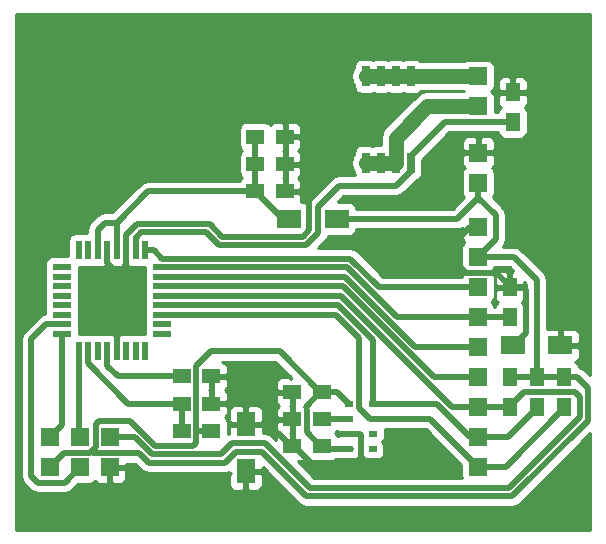
<source format=gbr>
G04 #@! TF.FileFunction,Copper,L1,Top,Signal*
%FSLAX46Y46*%
G04 Gerber Fmt 4.6, Leading zero omitted, Abs format (unit mm)*
G04 Created by KiCad (PCBNEW (2015-04-05 BZR 5577)-product) date St 5. srpen 2015, 18:04:27 CEST*
%MOMM*%
G01*
G04 APERTURE LIST*
%ADD10C,0.100000*%
%ADD11R,0.650000X1.700000*%
%ADD12R,1.500000X1.250000*%
%ADD13R,0.550000X1.600000*%
%ADD14R,1.600000X0.550000*%
%ADD15R,1.524000X1.524000*%
%ADD16R,1.250000X1.500000*%
%ADD17R,0.800000X0.500000*%
%ADD18R,2.000000X1.600000*%
%ADD19R,1.600000X2.000000*%
%ADD20C,0.500000*%
%ADD21C,1.250000*%
%ADD22C,0.254000*%
G04 APERTURE END LIST*
D10*
D11*
X196295000Y-104250000D03*
X197565000Y-104250000D03*
X198835000Y-104250000D03*
X200105000Y-104250000D03*
X200105000Y-96950000D03*
X198835000Y-96950000D03*
X197565000Y-96950000D03*
X196295000Y-96950000D03*
D12*
X180730000Y-124650000D03*
X183230000Y-124650000D03*
X186965700Y-106677200D03*
X189465700Y-106677200D03*
X186965700Y-104377200D03*
X189465700Y-104377200D03*
X180730000Y-122350000D03*
X183230000Y-122350000D03*
X192580000Y-123675000D03*
X190080000Y-123675000D03*
X192590000Y-128270000D03*
X190090000Y-128270000D03*
X192590000Y-125980000D03*
X190090000Y-125980000D03*
X186965700Y-102077200D03*
X189465700Y-102077200D03*
D13*
X177617900Y-111669600D03*
X176817900Y-111669600D03*
X176017900Y-111669600D03*
X175217900Y-111669600D03*
X174417900Y-111669600D03*
X173617900Y-111669600D03*
X172817900Y-111669600D03*
X172017900Y-111669600D03*
D14*
X170567900Y-113119600D03*
X170567900Y-113919600D03*
X170567900Y-114719600D03*
X170567900Y-115519600D03*
X170567900Y-116319600D03*
X170567900Y-117119600D03*
X170567900Y-117919600D03*
X170567900Y-118719600D03*
D13*
X172017900Y-120169600D03*
X172817900Y-120169600D03*
X173617900Y-120169600D03*
X174417900Y-120169600D03*
X175217900Y-120169600D03*
X176017900Y-120169600D03*
X176817900Y-120169600D03*
X177617900Y-120169600D03*
D14*
X179067900Y-118719600D03*
X179067900Y-117919600D03*
X179067900Y-117119600D03*
X179067900Y-116319600D03*
X179067900Y-115519600D03*
X179067900Y-114719600D03*
X179067900Y-113919600D03*
X179067900Y-113119600D03*
D15*
X205800000Y-96930000D03*
X205800000Y-99470000D03*
X169560000Y-127510000D03*
X169560000Y-130050000D03*
X172100000Y-127510000D03*
X172100000Y-130050000D03*
X174640000Y-127510000D03*
X174640000Y-130050000D03*
D12*
X180730000Y-126950000D03*
X183230000Y-126950000D03*
D16*
X210780000Y-122430000D03*
X210780000Y-124930000D03*
X213100000Y-122430000D03*
X213100000Y-124930000D03*
X208490000Y-122440000D03*
X208490000Y-124940000D03*
X208480000Y-117320000D03*
X208480000Y-114820000D03*
D17*
X196900000Y-124705000D03*
X196900000Y-125955000D03*
X196900000Y-127205000D03*
X196900000Y-128455000D03*
X194900000Y-128455000D03*
X194900000Y-127205000D03*
X194900000Y-125955000D03*
X194890000Y-124705000D03*
D16*
X208740000Y-100810000D03*
X208740000Y-98310000D03*
D18*
X208790000Y-119730000D03*
X212790000Y-119730000D03*
X189840000Y-109020000D03*
X193840000Y-109020000D03*
D15*
X205810000Y-109700000D03*
X205810000Y-112240000D03*
X205810000Y-114780000D03*
X205810000Y-117320000D03*
X205810000Y-119860000D03*
X205810000Y-122400000D03*
X205810000Y-124940000D03*
X205810000Y-127480000D03*
X205810000Y-130020000D03*
X205830000Y-103420000D03*
X205830000Y-105960000D03*
D19*
X186140000Y-126390000D03*
X186140000Y-130390000D03*
D20*
X172817900Y-120169600D02*
X172817900Y-121254602D01*
X172817900Y-121254602D02*
X176213298Y-124650000D01*
X176213298Y-124650000D02*
X179480000Y-124650000D01*
X179480000Y-124650000D02*
X180730000Y-124650000D01*
X180605000Y-124650000D02*
X180730000Y-124650000D01*
X180744300Y-124942800D02*
X180744300Y-127242800D01*
X195940000Y-127345000D02*
X195940000Y-129690000D01*
X194900000Y-127205000D02*
X195800000Y-127205000D01*
X195800000Y-127205000D02*
X195940000Y-127345000D01*
X191905000Y-129960000D02*
X197190000Y-129960000D01*
X176017900Y-111669600D02*
X176017900Y-110369600D01*
X176017900Y-110369600D02*
X176927510Y-109459990D01*
X190950002Y-110520000D02*
X191520000Y-109950002D01*
X191520000Y-109950002D02*
X191520000Y-106530000D01*
X176927510Y-109459990D02*
X183079990Y-109459990D01*
X183079990Y-109459990D02*
X184140000Y-110520000D01*
X184140000Y-110520000D02*
X190950002Y-110520000D01*
X190090000Y-128270000D02*
X190215000Y-128270000D01*
X190215000Y-128270000D02*
X191905000Y-129960000D01*
X197990000Y-129160000D02*
X197990000Y-128020000D01*
X197190000Y-129960000D02*
X197990000Y-129160000D01*
X197990000Y-128020000D02*
X197850000Y-127880000D01*
X188735000Y-127145000D02*
X188670000Y-127210000D01*
X190090000Y-128270000D02*
X189965000Y-128270000D01*
X189965000Y-128270000D02*
X188840000Y-127145000D01*
X188840000Y-127145000D02*
X188735000Y-127145000D01*
X205810000Y-109700000D02*
X205120000Y-109700000D01*
X205120000Y-109700000D02*
X204120000Y-110700000D01*
X204120000Y-110700000D02*
X204120000Y-112884002D01*
X208480000Y-114695000D02*
X208480000Y-114820000D01*
X204120000Y-112884002D02*
X204803997Y-113567999D01*
X204803997Y-113567999D02*
X207352999Y-113567999D01*
X207352999Y-113567999D02*
X208480000Y-114695000D01*
X208790000Y-119730000D02*
X209830000Y-118690000D01*
X209830000Y-118690000D02*
X209830000Y-115070000D01*
X209830000Y-115070000D02*
X209580000Y-114820000D01*
X209580000Y-114820000D02*
X208480000Y-114820000D01*
X175217900Y-113744565D02*
X176017900Y-112944565D01*
X176017900Y-112944565D02*
X176017900Y-111669600D01*
X175217900Y-120169600D02*
X175217900Y-113744565D01*
X183230000Y-124650000D02*
X183105000Y-124650000D01*
X175217900Y-113554602D02*
X175217900Y-113744565D01*
X174417900Y-112754602D02*
X175217900Y-113554602D01*
X174417900Y-111669600D02*
X174417900Y-112754602D01*
X170120000Y-129540000D02*
X170070000Y-129540000D01*
X170070000Y-129540000D02*
X169560000Y-130050000D01*
X173617900Y-111669600D02*
X173617900Y-109942100D01*
X173617900Y-109942100D02*
X174237900Y-109322100D01*
X174237900Y-109322100D02*
X175217900Y-109322100D01*
X175217900Y-111669600D02*
X175217900Y-109322100D01*
X175217900Y-109322100D02*
X177862800Y-106677200D01*
X177862800Y-106677200D02*
X185715700Y-106677200D01*
X185715700Y-106677200D02*
X186965700Y-106677200D01*
X189840000Y-109020000D02*
X189308500Y-109020000D01*
X189308500Y-109020000D02*
X186965700Y-106677200D01*
X193840000Y-109020000D02*
X204032000Y-109020000D01*
X204032000Y-109020000D02*
X205830000Y-107222000D01*
X205830000Y-107222000D02*
X205830000Y-105960000D01*
X186965700Y-106677200D02*
X187090700Y-106677200D01*
X205810000Y-112240000D02*
X208850000Y-112240000D01*
X208850000Y-112240000D02*
X210780000Y-114170000D01*
X210780000Y-114170000D02*
X210780000Y-121180000D01*
X210780000Y-121180000D02*
X210780000Y-122430000D01*
X208490000Y-122440000D02*
X213090000Y-122440000D01*
X213090000Y-122440000D02*
X213100000Y-122430000D01*
X208490000Y-122440000D02*
X210770000Y-122440000D01*
X210770000Y-122440000D02*
X210780000Y-122430000D01*
X186965700Y-106677200D02*
X186965700Y-104377200D01*
X194900000Y-128455000D02*
X194810100Y-128455000D01*
X186965700Y-103158002D02*
X186965700Y-102077200D01*
X186965700Y-106677200D02*
X186965700Y-103158002D01*
X193860000Y-123675000D02*
X194890000Y-124705000D01*
X192580000Y-123675000D02*
X193860000Y-123675000D01*
X192775000Y-128455000D02*
X192590000Y-128270000D01*
X194900000Y-128455000D02*
X192775000Y-128455000D01*
X195050000Y-128455000D02*
X194900000Y-128455000D01*
X192455000Y-123675000D02*
X191225001Y-124904999D01*
X192465000Y-128270000D02*
X191290001Y-127095001D01*
X191290001Y-127095001D02*
X191290001Y-125162011D01*
X192590000Y-128270000D02*
X192465000Y-128270000D01*
X170760000Y-128860000D02*
X170790000Y-128830000D01*
X170750000Y-128860000D02*
X170760000Y-128860000D01*
X170790000Y-128830000D02*
X172960000Y-128830000D01*
X181930001Y-126999999D02*
X181980000Y-126950000D01*
X169560000Y-130050000D02*
X170750000Y-128860000D01*
X181980000Y-126950000D02*
X183230000Y-126950000D01*
X172960000Y-128830000D02*
X173236226Y-128553774D01*
X192580000Y-123675000D02*
X192455000Y-123675000D01*
X181930001Y-121464997D02*
X181930001Y-126999999D01*
X183164998Y-120230000D02*
X181930001Y-121464997D01*
X189010000Y-120230000D02*
X183164998Y-120230000D01*
X192455000Y-123675000D02*
X189010000Y-120230000D01*
X181930001Y-128019999D02*
X181930001Y-126999999D01*
X181690000Y-128260000D02*
X181930001Y-128019999D01*
X173695998Y-126120000D02*
X176360000Y-126120000D01*
X173427999Y-126387999D02*
X173695998Y-126120000D01*
X178500000Y-128260000D02*
X181690000Y-128260000D01*
X173236226Y-128553774D02*
X173427999Y-128362001D01*
X176360000Y-126120000D02*
X178500000Y-128260000D01*
X173427999Y-128362001D02*
X173427999Y-126387999D01*
X214225000Y-122430000D02*
X213100000Y-122430000D01*
X215120010Y-123325010D02*
X214225000Y-122430000D01*
X208694955Y-132510010D02*
X215120010Y-126084955D01*
X215120010Y-126084955D02*
X215120010Y-123325010D01*
X187490037Y-128720000D02*
X191280047Y-132510010D01*
X184349943Y-129660020D02*
X185289963Y-128720000D01*
X185289963Y-128720000D02*
X187490037Y-128720000D01*
X191280047Y-132510010D02*
X208694955Y-132510010D01*
X177100074Y-128840000D02*
X177920094Y-129660020D01*
X175764002Y-128840000D02*
X177100074Y-128840000D01*
X173517999Y-128837999D02*
X175762001Y-128837999D01*
X175762001Y-128837999D02*
X175764002Y-128840000D01*
X173515998Y-128840000D02*
X173517999Y-128837999D01*
X177920094Y-129660020D02*
X184349943Y-129660020D01*
X173220000Y-128840000D02*
X173515998Y-128840000D01*
X173130000Y-128750000D02*
X173220000Y-128840000D01*
X173130000Y-128660000D02*
X173130000Y-128750000D01*
X173236226Y-128553774D02*
X173130000Y-128660000D01*
X207300000Y-110750000D02*
X205810000Y-112240000D01*
X207300000Y-108692000D02*
X207300000Y-110750000D01*
X205830000Y-107222000D02*
X207300000Y-108692000D01*
X180730000Y-122350000D02*
X175298300Y-122350000D01*
X175298300Y-122350000D02*
X174417900Y-121469600D01*
X174417900Y-121469600D02*
X174417900Y-120169600D01*
X180730000Y-122350000D02*
X180605000Y-122350000D01*
X192615000Y-125955000D02*
X192590000Y-125980000D01*
X194900000Y-125955000D02*
X192615000Y-125955000D01*
X172100000Y-130050000D02*
X170810000Y-131340000D01*
X170810000Y-131340000D02*
X168515998Y-131340000D01*
X167990000Y-119197500D02*
X169267900Y-117919600D01*
X169267900Y-117919600D02*
X170567900Y-117919600D01*
X168515998Y-131340000D02*
X167990000Y-130814002D01*
X167990000Y-130814002D02*
X167990000Y-119197500D01*
X170567900Y-118719600D02*
X170567900Y-126502100D01*
X170567900Y-126502100D02*
X169560000Y-127510000D01*
X172017900Y-120169600D02*
X172017900Y-127427900D01*
X172017900Y-127427900D02*
X172100000Y-127510000D01*
X196900000Y-125955000D02*
X201745000Y-125955000D01*
X201745000Y-125955000D02*
X205810000Y-130020000D01*
X205810000Y-130020000D02*
X208135000Y-130020000D01*
X208135000Y-130020000D02*
X213100000Y-125055000D01*
X213100000Y-125055000D02*
X213100000Y-124930000D01*
X196750000Y-125955000D02*
X196900000Y-125955000D01*
X180367900Y-117119600D02*
X179067900Y-117119600D01*
X193789600Y-117119600D02*
X180367900Y-117119600D01*
X195740001Y-119070001D02*
X193789600Y-117119600D01*
X195740001Y-125005003D02*
X195740001Y-119070001D01*
X196689998Y-125955000D02*
X195740001Y-125005003D01*
X196900000Y-125955000D02*
X196689998Y-125955000D01*
X196900000Y-124705000D02*
X202335188Y-124705000D01*
X202335188Y-124705000D02*
X205110188Y-127480000D01*
X205110188Y-127480000D02*
X205810000Y-127480000D01*
X205810000Y-127480000D02*
X208355000Y-127480000D01*
X208355000Y-127480000D02*
X210780000Y-125055000D01*
X210780000Y-125055000D02*
X210780000Y-124930000D01*
X179067900Y-116319600D02*
X193979563Y-116319600D01*
X196900000Y-123955000D02*
X196900000Y-124705000D01*
X193979563Y-116319600D02*
X196900000Y-119240037D01*
X196900000Y-119240037D02*
X196900000Y-123955000D01*
X208490000Y-124940000D02*
X205810000Y-124940000D01*
X178210047Y-128960010D02*
X176760037Y-127510000D01*
X184059990Y-128960010D02*
X178210047Y-128960010D01*
X185000010Y-128019990D02*
X184059990Y-128960010D01*
X191570000Y-131810000D02*
X187779990Y-128019990D01*
X214420000Y-125795002D02*
X208405002Y-131810000D01*
X214420000Y-124064998D02*
X214420000Y-125795002D01*
X213985003Y-123630001D02*
X214420000Y-124064998D01*
X209674999Y-123630001D02*
X213985003Y-123630001D01*
X208490000Y-124815000D02*
X209674999Y-123630001D01*
X208405002Y-131810000D02*
X191570000Y-131810000D01*
X176760037Y-127510000D02*
X175902000Y-127510000D01*
X187779990Y-128019990D02*
X185000010Y-128019990D01*
X208490000Y-124940000D02*
X208490000Y-124815000D01*
X175902000Y-127510000D02*
X174640000Y-127510000D01*
X194169526Y-115519600D02*
X203589926Y-124940000D01*
X179067900Y-115519600D02*
X194169526Y-115519600D01*
X203589926Y-124940000D02*
X204548000Y-124940000D01*
X204548000Y-124940000D02*
X205810000Y-124940000D01*
X202039889Y-122400000D02*
X204548000Y-122400000D01*
X204548000Y-122400000D02*
X205810000Y-122400000D01*
X194359489Y-114719600D02*
X202039889Y-122400000D01*
X179067900Y-114719600D02*
X194359489Y-114719600D01*
X194549452Y-113919600D02*
X200489852Y-119860000D01*
X179067900Y-113919600D02*
X194549452Y-113919600D01*
X200489852Y-119860000D02*
X204548000Y-119860000D01*
X204548000Y-119860000D02*
X205810000Y-119860000D01*
D21*
X196295000Y-96950000D02*
X197565000Y-96950000D01*
X198835000Y-96950000D02*
X197565000Y-96950000D01*
X200105000Y-96950000D02*
X198835000Y-96950000D01*
X205800000Y-96930000D02*
X200125000Y-96930000D01*
X200125000Y-96930000D02*
X200105000Y-96950000D01*
X198835000Y-102150000D02*
X198835000Y-104250000D01*
X201515000Y-99470000D02*
X198835000Y-102150000D01*
X205800000Y-99470000D02*
X201515000Y-99470000D01*
X196295000Y-104250000D02*
X197565000Y-104250000D01*
X196295000Y-104250000D02*
X198835000Y-104250000D01*
D20*
X200105000Y-104250000D02*
X200105000Y-104965002D01*
X200105000Y-104965002D02*
X198870002Y-106200000D01*
X198870002Y-106200000D02*
X194049998Y-106200000D01*
X192270000Y-107979998D02*
X192270000Y-110189965D01*
X183850047Y-111220010D02*
X182790038Y-110160000D01*
X194049998Y-106200000D02*
X192270000Y-107979998D01*
X176817900Y-110584598D02*
X176817900Y-111669600D01*
X192270000Y-110189965D02*
X191239955Y-111220010D01*
X191239955Y-111220010D02*
X183850047Y-111220010D01*
X182790038Y-110160000D02*
X177242498Y-110160000D01*
X177242498Y-110160000D02*
X176892899Y-110509599D01*
X176892899Y-110509599D02*
X176892899Y-110659597D01*
X176892899Y-110659597D02*
X176817900Y-110584598D01*
X208740000Y-100810000D02*
X203020000Y-100810000D01*
X203020000Y-100810000D02*
X200105000Y-103725000D01*
X200105000Y-103725000D02*
X200105000Y-104250000D01*
X208480000Y-117320000D02*
X205810000Y-117320000D01*
X194739415Y-113119600D02*
X198939815Y-117320000D01*
X179067900Y-113119600D02*
X194739415Y-113119600D01*
X204548000Y-117320000D02*
X205810000Y-117320000D01*
X198939815Y-117320000D02*
X204548000Y-117320000D01*
X205499600Y-114469600D02*
X205810000Y-114780000D01*
X178392900Y-111669600D02*
X179093310Y-112370010D01*
X194979787Y-112370010D02*
X197389777Y-114780000D01*
X179093310Y-112370010D02*
X194979787Y-112370010D01*
X197389777Y-114780000D02*
X204548000Y-114780000D01*
X177617900Y-111669600D02*
X178392900Y-111669600D01*
X204548000Y-114780000D02*
X205810000Y-114780000D01*
D22*
G36*
X177645113Y-118321665D02*
X177620460Y-118444600D01*
X177620460Y-118722160D01*
X177342900Y-118722160D01*
X177215834Y-118746813D01*
X177092900Y-118722160D01*
X176542900Y-118722160D01*
X176415834Y-118746813D01*
X176292900Y-118722160D01*
X175742900Y-118722160D01*
X175638213Y-118742471D01*
X175619210Y-118734600D01*
X175503650Y-118734600D01*
X175408490Y-118829759D01*
X175287973Y-118908927D01*
X175217945Y-119012668D01*
X175153573Y-118914673D01*
X175026337Y-118828787D01*
X174932150Y-118734600D01*
X174816590Y-118734600D01*
X174796476Y-118742931D01*
X174692900Y-118722160D01*
X174142900Y-118722160D01*
X174015834Y-118746813D01*
X173892900Y-118722160D01*
X173342900Y-118722160D01*
X173215834Y-118746813D01*
X173092900Y-118722160D01*
X172542900Y-118722160D01*
X172415834Y-118746813D01*
X172292900Y-118722160D01*
X172015340Y-118722160D01*
X172015340Y-118444600D01*
X171990686Y-118317534D01*
X172015340Y-118194600D01*
X172015340Y-117644600D01*
X171990686Y-117517534D01*
X172015340Y-117394600D01*
X172015340Y-116844600D01*
X171990686Y-116717534D01*
X172015340Y-116594600D01*
X172015340Y-116044600D01*
X171990686Y-115917534D01*
X172015340Y-115794600D01*
X172015340Y-115244600D01*
X171990686Y-115117534D01*
X172015340Y-114994600D01*
X172015340Y-114444600D01*
X171990686Y-114317534D01*
X172015340Y-114194600D01*
X172015340Y-113644600D01*
X171990686Y-113517534D01*
X172015340Y-113394600D01*
X172015340Y-113117040D01*
X172292900Y-113117040D01*
X172419965Y-113092386D01*
X172542900Y-113117040D01*
X173092900Y-113117040D01*
X173219965Y-113092386D01*
X173342900Y-113117040D01*
X173892900Y-113117040D01*
X173997586Y-113096728D01*
X174016590Y-113104600D01*
X174132150Y-113104600D01*
X174227309Y-113009440D01*
X174347827Y-112930273D01*
X174417854Y-112826531D01*
X174482227Y-112924527D01*
X174609462Y-113010412D01*
X174703650Y-113104600D01*
X174819210Y-113104600D01*
X174839323Y-113096268D01*
X174942900Y-113117040D01*
X175492900Y-113117040D01*
X175597586Y-113096728D01*
X175616590Y-113104600D01*
X175732150Y-113104600D01*
X175827309Y-113009440D01*
X175947827Y-112930273D01*
X176017854Y-112826531D01*
X176082227Y-112924527D01*
X176209462Y-113010412D01*
X176303650Y-113104600D01*
X176419210Y-113104600D01*
X176439323Y-113096268D01*
X176542900Y-113117040D01*
X177092900Y-113117040D01*
X177219965Y-113092386D01*
X177342900Y-113117040D01*
X177620460Y-113117040D01*
X177620460Y-113394600D01*
X177645113Y-113521665D01*
X177620460Y-113644600D01*
X177620460Y-114194600D01*
X177645113Y-114321665D01*
X177620460Y-114444600D01*
X177620460Y-114994600D01*
X177645113Y-115121665D01*
X177620460Y-115244600D01*
X177620460Y-115794600D01*
X177645113Y-115921665D01*
X177620460Y-116044600D01*
X177620460Y-116594600D01*
X177645113Y-116721665D01*
X177620460Y-116844600D01*
X177620460Y-117394600D01*
X177645113Y-117521665D01*
X177620460Y-117644600D01*
X177620460Y-118194600D01*
X177645113Y-118321665D01*
X177645113Y-118321665D01*
G37*
X177645113Y-118321665D02*
X177620460Y-118444600D01*
X177620460Y-118722160D01*
X177342900Y-118722160D01*
X177215834Y-118746813D01*
X177092900Y-118722160D01*
X176542900Y-118722160D01*
X176415834Y-118746813D01*
X176292900Y-118722160D01*
X175742900Y-118722160D01*
X175638213Y-118742471D01*
X175619210Y-118734600D01*
X175503650Y-118734600D01*
X175408490Y-118829759D01*
X175287973Y-118908927D01*
X175217945Y-119012668D01*
X175153573Y-118914673D01*
X175026337Y-118828787D01*
X174932150Y-118734600D01*
X174816590Y-118734600D01*
X174796476Y-118742931D01*
X174692900Y-118722160D01*
X174142900Y-118722160D01*
X174015834Y-118746813D01*
X173892900Y-118722160D01*
X173342900Y-118722160D01*
X173215834Y-118746813D01*
X173092900Y-118722160D01*
X172542900Y-118722160D01*
X172415834Y-118746813D01*
X172292900Y-118722160D01*
X172015340Y-118722160D01*
X172015340Y-118444600D01*
X171990686Y-118317534D01*
X172015340Y-118194600D01*
X172015340Y-117644600D01*
X171990686Y-117517534D01*
X172015340Y-117394600D01*
X172015340Y-116844600D01*
X171990686Y-116717534D01*
X172015340Y-116594600D01*
X172015340Y-116044600D01*
X171990686Y-115917534D01*
X172015340Y-115794600D01*
X172015340Y-115244600D01*
X171990686Y-115117534D01*
X172015340Y-114994600D01*
X172015340Y-114444600D01*
X171990686Y-114317534D01*
X172015340Y-114194600D01*
X172015340Y-113644600D01*
X171990686Y-113517534D01*
X172015340Y-113394600D01*
X172015340Y-113117040D01*
X172292900Y-113117040D01*
X172419965Y-113092386D01*
X172542900Y-113117040D01*
X173092900Y-113117040D01*
X173219965Y-113092386D01*
X173342900Y-113117040D01*
X173892900Y-113117040D01*
X173997586Y-113096728D01*
X174016590Y-113104600D01*
X174132150Y-113104600D01*
X174227309Y-113009440D01*
X174347827Y-112930273D01*
X174417854Y-112826531D01*
X174482227Y-112924527D01*
X174609462Y-113010412D01*
X174703650Y-113104600D01*
X174819210Y-113104600D01*
X174839323Y-113096268D01*
X174942900Y-113117040D01*
X175492900Y-113117040D01*
X175597586Y-113096728D01*
X175616590Y-113104600D01*
X175732150Y-113104600D01*
X175827309Y-113009440D01*
X175947827Y-112930273D01*
X176017854Y-112826531D01*
X176082227Y-112924527D01*
X176209462Y-113010412D01*
X176303650Y-113104600D01*
X176419210Y-113104600D01*
X176439323Y-113096268D01*
X176542900Y-113117040D01*
X177092900Y-113117040D01*
X177219965Y-113092386D01*
X177342900Y-113117040D01*
X177620460Y-113117040D01*
X177620460Y-113394600D01*
X177645113Y-113521665D01*
X177620460Y-113644600D01*
X177620460Y-114194600D01*
X177645113Y-114321665D01*
X177620460Y-114444600D01*
X177620460Y-114994600D01*
X177645113Y-115121665D01*
X177620460Y-115244600D01*
X177620460Y-115794600D01*
X177645113Y-115921665D01*
X177620460Y-116044600D01*
X177620460Y-116594600D01*
X177645113Y-116721665D01*
X177620460Y-116844600D01*
X177620460Y-117394600D01*
X177645113Y-117521665D01*
X177620460Y-117644600D01*
X177620460Y-118194600D01*
X177645113Y-118321665D01*
G36*
X190263250Y-124832500D02*
X190217000Y-124878750D01*
X190217000Y-125853000D01*
X190237000Y-125853000D01*
X190237000Y-126107000D01*
X190217000Y-126107000D01*
X190217000Y-127081250D01*
X190260750Y-127125000D01*
X190217000Y-127168750D01*
X190217000Y-128143000D01*
X190237000Y-128143000D01*
X190237000Y-128397000D01*
X190217000Y-128397000D01*
X190217000Y-128417000D01*
X189963000Y-128417000D01*
X189963000Y-128397000D01*
X189943000Y-128397000D01*
X189943000Y-128143000D01*
X189963000Y-128143000D01*
X189963000Y-127168750D01*
X189919250Y-127125000D01*
X189963000Y-127081250D01*
X189963000Y-126107000D01*
X189963000Y-125853000D01*
X189963000Y-124878750D01*
X189906750Y-124822500D01*
X189953000Y-124776250D01*
X189953000Y-123802000D01*
X188853750Y-123802000D01*
X188695000Y-123960750D01*
X188695000Y-124173691D01*
X188695000Y-124426310D01*
X188791673Y-124659699D01*
X188964474Y-124832499D01*
X188801673Y-124995301D01*
X188705000Y-125228690D01*
X188705000Y-125481309D01*
X188705000Y-125694250D01*
X188863750Y-125853000D01*
X189963000Y-125853000D01*
X189963000Y-126107000D01*
X188863750Y-126107000D01*
X188705000Y-126265750D01*
X188705000Y-126478691D01*
X188705000Y-126731310D01*
X188801673Y-126964699D01*
X188961974Y-127125000D01*
X188801673Y-127285301D01*
X188705000Y-127518690D01*
X188705000Y-127693420D01*
X188405780Y-127394200D01*
X188118665Y-127202357D01*
X188062474Y-127191179D01*
X187779990Y-127134989D01*
X187779984Y-127134990D01*
X187575000Y-127134990D01*
X187575000Y-126675750D01*
X187575000Y-126104250D01*
X187575000Y-125263691D01*
X187478327Y-125030302D01*
X187299699Y-124851673D01*
X187066310Y-124755000D01*
X186813691Y-124755000D01*
X186425750Y-124755000D01*
X186267000Y-124913750D01*
X186267000Y-126263000D01*
X187416250Y-126263000D01*
X187575000Y-126104250D01*
X187575000Y-126675750D01*
X187416250Y-126517000D01*
X186267000Y-126517000D01*
X186267000Y-126537000D01*
X186013000Y-126537000D01*
X186013000Y-126517000D01*
X186013000Y-126263000D01*
X186013000Y-124913750D01*
X185854250Y-124755000D01*
X185466309Y-124755000D01*
X185213690Y-124755000D01*
X184980301Y-124851673D01*
X184801673Y-125030302D01*
X184705000Y-125263691D01*
X184705000Y-126104250D01*
X184863750Y-126263000D01*
X186013000Y-126263000D01*
X186013000Y-126517000D01*
X184863750Y-126517000D01*
X184705000Y-126675750D01*
X184705000Y-127193671D01*
X184661335Y-127202357D01*
X184627440Y-127225004D01*
X184627440Y-126325000D01*
X184580463Y-126082877D01*
X184440673Y-125870073D01*
X184346511Y-125806513D01*
X184518327Y-125634699D01*
X184615000Y-125401310D01*
X184615000Y-125148691D01*
X184615000Y-124935750D01*
X184615000Y-124364250D01*
X184615000Y-124151309D01*
X184615000Y-123898690D01*
X184518327Y-123665301D01*
X184353025Y-123500000D01*
X184518327Y-123334699D01*
X184615000Y-123101310D01*
X184615000Y-122848691D01*
X184615000Y-122635750D01*
X184456250Y-122477000D01*
X183357000Y-122477000D01*
X183357000Y-123451250D01*
X183405750Y-123500000D01*
X183357000Y-123548750D01*
X183357000Y-124523000D01*
X184456250Y-124523000D01*
X184615000Y-124364250D01*
X184615000Y-124935750D01*
X184456250Y-124777000D01*
X183357000Y-124777000D01*
X183357000Y-124797000D01*
X183103000Y-124797000D01*
X183103000Y-124777000D01*
X183083000Y-124777000D01*
X183083000Y-124523000D01*
X183103000Y-124523000D01*
X183103000Y-123548750D01*
X183054250Y-123500000D01*
X183103000Y-123451250D01*
X183103000Y-122477000D01*
X183083000Y-122477000D01*
X183083000Y-122223000D01*
X183103000Y-122223000D01*
X183103000Y-122203000D01*
X183357000Y-122203000D01*
X183357000Y-122223000D01*
X184456250Y-122223000D01*
X184615000Y-122064250D01*
X184615000Y-121851309D01*
X184615000Y-121598690D01*
X184518327Y-121365301D01*
X184339698Y-121186673D01*
X184166664Y-121115000D01*
X188643420Y-121115000D01*
X189952998Y-122424577D01*
X189952998Y-122573748D01*
X189794250Y-122415000D01*
X189203691Y-122415000D01*
X188970302Y-122511673D01*
X188791673Y-122690301D01*
X188695000Y-122923690D01*
X188695000Y-123176309D01*
X188695000Y-123389250D01*
X188853750Y-123548000D01*
X189953000Y-123548000D01*
X189953000Y-123528000D01*
X190207000Y-123528000D01*
X190207000Y-123548000D01*
X190227000Y-123548000D01*
X190227000Y-123802000D01*
X190207000Y-123802000D01*
X190207000Y-124776250D01*
X190263250Y-124832500D01*
X190263250Y-124832500D01*
G37*
X190263250Y-124832500D02*
X190217000Y-124878750D01*
X190217000Y-125853000D01*
X190237000Y-125853000D01*
X190237000Y-126107000D01*
X190217000Y-126107000D01*
X190217000Y-127081250D01*
X190260750Y-127125000D01*
X190217000Y-127168750D01*
X190217000Y-128143000D01*
X190237000Y-128143000D01*
X190237000Y-128397000D01*
X190217000Y-128397000D01*
X190217000Y-128417000D01*
X189963000Y-128417000D01*
X189963000Y-128397000D01*
X189943000Y-128397000D01*
X189943000Y-128143000D01*
X189963000Y-128143000D01*
X189963000Y-127168750D01*
X189919250Y-127125000D01*
X189963000Y-127081250D01*
X189963000Y-126107000D01*
X189963000Y-125853000D01*
X189963000Y-124878750D01*
X189906750Y-124822500D01*
X189953000Y-124776250D01*
X189953000Y-123802000D01*
X188853750Y-123802000D01*
X188695000Y-123960750D01*
X188695000Y-124173691D01*
X188695000Y-124426310D01*
X188791673Y-124659699D01*
X188964474Y-124832499D01*
X188801673Y-124995301D01*
X188705000Y-125228690D01*
X188705000Y-125481309D01*
X188705000Y-125694250D01*
X188863750Y-125853000D01*
X189963000Y-125853000D01*
X189963000Y-126107000D01*
X188863750Y-126107000D01*
X188705000Y-126265750D01*
X188705000Y-126478691D01*
X188705000Y-126731310D01*
X188801673Y-126964699D01*
X188961974Y-127125000D01*
X188801673Y-127285301D01*
X188705000Y-127518690D01*
X188705000Y-127693420D01*
X188405780Y-127394200D01*
X188118665Y-127202357D01*
X188062474Y-127191179D01*
X187779990Y-127134989D01*
X187779984Y-127134990D01*
X187575000Y-127134990D01*
X187575000Y-126675750D01*
X187575000Y-126104250D01*
X187575000Y-125263691D01*
X187478327Y-125030302D01*
X187299699Y-124851673D01*
X187066310Y-124755000D01*
X186813691Y-124755000D01*
X186425750Y-124755000D01*
X186267000Y-124913750D01*
X186267000Y-126263000D01*
X187416250Y-126263000D01*
X187575000Y-126104250D01*
X187575000Y-126675750D01*
X187416250Y-126517000D01*
X186267000Y-126517000D01*
X186267000Y-126537000D01*
X186013000Y-126537000D01*
X186013000Y-126517000D01*
X186013000Y-126263000D01*
X186013000Y-124913750D01*
X185854250Y-124755000D01*
X185466309Y-124755000D01*
X185213690Y-124755000D01*
X184980301Y-124851673D01*
X184801673Y-125030302D01*
X184705000Y-125263691D01*
X184705000Y-126104250D01*
X184863750Y-126263000D01*
X186013000Y-126263000D01*
X186013000Y-126517000D01*
X184863750Y-126517000D01*
X184705000Y-126675750D01*
X184705000Y-127193671D01*
X184661335Y-127202357D01*
X184627440Y-127225004D01*
X184627440Y-126325000D01*
X184580463Y-126082877D01*
X184440673Y-125870073D01*
X184346511Y-125806513D01*
X184518327Y-125634699D01*
X184615000Y-125401310D01*
X184615000Y-125148691D01*
X184615000Y-124935750D01*
X184615000Y-124364250D01*
X184615000Y-124151309D01*
X184615000Y-123898690D01*
X184518327Y-123665301D01*
X184353025Y-123500000D01*
X184518327Y-123334699D01*
X184615000Y-123101310D01*
X184615000Y-122848691D01*
X184615000Y-122635750D01*
X184456250Y-122477000D01*
X183357000Y-122477000D01*
X183357000Y-123451250D01*
X183405750Y-123500000D01*
X183357000Y-123548750D01*
X183357000Y-124523000D01*
X184456250Y-124523000D01*
X184615000Y-124364250D01*
X184615000Y-124935750D01*
X184456250Y-124777000D01*
X183357000Y-124777000D01*
X183357000Y-124797000D01*
X183103000Y-124797000D01*
X183103000Y-124777000D01*
X183083000Y-124777000D01*
X183083000Y-124523000D01*
X183103000Y-124523000D01*
X183103000Y-123548750D01*
X183054250Y-123500000D01*
X183103000Y-123451250D01*
X183103000Y-122477000D01*
X183083000Y-122477000D01*
X183083000Y-122223000D01*
X183103000Y-122223000D01*
X183103000Y-122203000D01*
X183357000Y-122203000D01*
X183357000Y-122223000D01*
X184456250Y-122223000D01*
X184615000Y-122064250D01*
X184615000Y-121851309D01*
X184615000Y-121598690D01*
X184518327Y-121365301D01*
X184339698Y-121186673D01*
X184166664Y-121115000D01*
X188643420Y-121115000D01*
X189952998Y-122424577D01*
X189952998Y-122573748D01*
X189794250Y-122415000D01*
X189203691Y-122415000D01*
X188970302Y-122511673D01*
X188791673Y-122690301D01*
X188695000Y-122923690D01*
X188695000Y-123176309D01*
X188695000Y-123389250D01*
X188853750Y-123548000D01*
X189953000Y-123548000D01*
X189953000Y-123528000D01*
X190207000Y-123528000D01*
X190207000Y-123548000D01*
X190227000Y-123548000D01*
X190227000Y-123802000D01*
X190207000Y-123802000D01*
X190207000Y-124776250D01*
X190263250Y-124832500D01*
G36*
X195047000Y-127330000D02*
X195027000Y-127330000D01*
X195027000Y-127352000D01*
X194773000Y-127352000D01*
X194773000Y-127330000D01*
X194023750Y-127330000D01*
X193942154Y-127411595D01*
X193940463Y-127402877D01*
X193800673Y-127190073D01*
X193704439Y-127125113D01*
X193794927Y-127065673D01*
X193865000Y-126961863D01*
X193881366Y-126937616D01*
X194023750Y-127080000D01*
X194773000Y-127080000D01*
X194773000Y-127058000D01*
X195027000Y-127058000D01*
X195027000Y-127080000D01*
X195047000Y-127080000D01*
X195047000Y-127330000D01*
X195047000Y-127330000D01*
G37*
X195047000Y-127330000D02*
X195027000Y-127330000D01*
X195027000Y-127352000D01*
X194773000Y-127352000D01*
X194773000Y-127330000D01*
X194023750Y-127330000D01*
X193942154Y-127411595D01*
X193940463Y-127402877D01*
X193800673Y-127190073D01*
X193704439Y-127125113D01*
X193794927Y-127065673D01*
X193865000Y-126961863D01*
X193881366Y-126937616D01*
X194023750Y-127080000D01*
X194773000Y-127080000D01*
X194773000Y-127058000D01*
X195027000Y-127058000D01*
X195027000Y-127080000D01*
X195047000Y-127080000D01*
X195047000Y-127330000D01*
G36*
X204428305Y-130925000D02*
X191936579Y-130925000D01*
X190541579Y-129530000D01*
X190966309Y-129530000D01*
X191199698Y-129433327D01*
X191341176Y-129291849D01*
X191379327Y-129349927D01*
X191590360Y-129492377D01*
X191840000Y-129542440D01*
X193340000Y-129542440D01*
X193582123Y-129495463D01*
X193794927Y-129355673D01*
X193805506Y-129340000D01*
X194437967Y-129340000D01*
X194500000Y-129352440D01*
X195300000Y-129352440D01*
X195542123Y-129305463D01*
X195754927Y-129165673D01*
X195897377Y-128954640D01*
X195899216Y-128945469D01*
X195899537Y-128947123D01*
X196039327Y-129159927D01*
X196250360Y-129302377D01*
X196500000Y-129352440D01*
X197300000Y-129352440D01*
X197542123Y-129305463D01*
X197754927Y-129165673D01*
X197897377Y-128954640D01*
X197947440Y-128705000D01*
X197947440Y-128205000D01*
X197900463Y-127962877D01*
X197812969Y-127829685D01*
X197897377Y-127704640D01*
X197947440Y-127455000D01*
X197947440Y-126955000D01*
X197925127Y-126840000D01*
X201378420Y-126840000D01*
X204400560Y-129862139D01*
X204400560Y-130782000D01*
X204428305Y-130925000D01*
X204428305Y-130925000D01*
G37*
X204428305Y-130925000D02*
X191936579Y-130925000D01*
X190541579Y-129530000D01*
X190966309Y-129530000D01*
X191199698Y-129433327D01*
X191341176Y-129291849D01*
X191379327Y-129349927D01*
X191590360Y-129492377D01*
X191840000Y-129542440D01*
X193340000Y-129542440D01*
X193582123Y-129495463D01*
X193794927Y-129355673D01*
X193805506Y-129340000D01*
X194437967Y-129340000D01*
X194500000Y-129352440D01*
X195300000Y-129352440D01*
X195542123Y-129305463D01*
X195754927Y-129165673D01*
X195897377Y-128954640D01*
X195899216Y-128945469D01*
X195899537Y-128947123D01*
X196039327Y-129159927D01*
X196250360Y-129302377D01*
X196500000Y-129352440D01*
X197300000Y-129352440D01*
X197542123Y-129305463D01*
X197754927Y-129165673D01*
X197897377Y-128954640D01*
X197947440Y-128705000D01*
X197947440Y-128205000D01*
X197900463Y-127962877D01*
X197812969Y-127829685D01*
X197897377Y-127704640D01*
X197947440Y-127455000D01*
X197947440Y-126955000D01*
X197925127Y-126840000D01*
X201378420Y-126840000D01*
X204400560Y-129862139D01*
X204400560Y-130782000D01*
X204428305Y-130925000D01*
G36*
X204665541Y-113509722D02*
X204593073Y-113557327D01*
X204450623Y-113768360D01*
X204425226Y-113895000D01*
X197756356Y-113895000D01*
X195605577Y-111744220D01*
X195318462Y-111552377D01*
X195262271Y-111541199D01*
X194979787Y-111485009D01*
X194979781Y-111485010D01*
X192226534Y-111485010D01*
X192895786Y-110815757D01*
X192895790Y-110815755D01*
X192895790Y-110815754D01*
X193023975Y-110623911D01*
X193087633Y-110528640D01*
X193087634Y-110528639D01*
X193099807Y-110467440D01*
X194840000Y-110467440D01*
X195082123Y-110420463D01*
X195294927Y-110280673D01*
X195437377Y-110069640D01*
X195470394Y-109905000D01*
X204031994Y-109905000D01*
X204032000Y-109905001D01*
X204032000Y-109905000D01*
X204314484Y-109848810D01*
X204370674Y-109837633D01*
X204370675Y-109837633D01*
X204413000Y-109809352D01*
X204413000Y-109827002D01*
X204571748Y-109827002D01*
X204413000Y-109985750D01*
X204413000Y-110335691D01*
X204413000Y-110588310D01*
X204509673Y-110821699D01*
X204660807Y-110972832D01*
X204593073Y-111017327D01*
X204450623Y-111228360D01*
X204400560Y-111478000D01*
X204400560Y-113002000D01*
X204447537Y-113244123D01*
X204587327Y-113456927D01*
X204665541Y-113509722D01*
X204665541Y-113509722D01*
G37*
X204665541Y-113509722D02*
X204593073Y-113557327D01*
X204450623Y-113768360D01*
X204425226Y-113895000D01*
X197756356Y-113895000D01*
X195605577Y-111744220D01*
X195318462Y-111552377D01*
X195262271Y-111541199D01*
X194979787Y-111485009D01*
X194979781Y-111485010D01*
X192226534Y-111485010D01*
X192895786Y-110815757D01*
X192895790Y-110815755D01*
X192895790Y-110815754D01*
X193023975Y-110623911D01*
X193087633Y-110528640D01*
X193087634Y-110528639D01*
X193099807Y-110467440D01*
X194840000Y-110467440D01*
X195082123Y-110420463D01*
X195294927Y-110280673D01*
X195437377Y-110069640D01*
X195470394Y-109905000D01*
X204031994Y-109905000D01*
X204032000Y-109905001D01*
X204032000Y-109905000D01*
X204314484Y-109848810D01*
X204370674Y-109837633D01*
X204370675Y-109837633D01*
X204413000Y-109809352D01*
X204413000Y-109827002D01*
X204571748Y-109827002D01*
X204413000Y-109985750D01*
X204413000Y-110335691D01*
X204413000Y-110588310D01*
X204509673Y-110821699D01*
X204660807Y-110972832D01*
X204593073Y-111017327D01*
X204450623Y-111228360D01*
X204400560Y-111478000D01*
X204400560Y-113002000D01*
X204447537Y-113244123D01*
X204587327Y-113456927D01*
X204665541Y-113509722D01*
G36*
X205957000Y-109827000D02*
X205937000Y-109827000D01*
X205937000Y-109847000D01*
X205683000Y-109847000D01*
X205683000Y-109827000D01*
X205663000Y-109827000D01*
X205663000Y-109573000D01*
X205683000Y-109573000D01*
X205683000Y-109553000D01*
X205937000Y-109553000D01*
X205937000Y-109573000D01*
X205957000Y-109573000D01*
X205957000Y-109827000D01*
X205957000Y-109827000D01*
G37*
X205957000Y-109827000D02*
X205937000Y-109827000D01*
X205937000Y-109847000D01*
X205683000Y-109847000D01*
X205683000Y-109827000D01*
X205663000Y-109827000D01*
X205663000Y-109573000D01*
X205683000Y-109573000D01*
X205683000Y-109553000D01*
X205937000Y-109553000D01*
X205937000Y-109573000D01*
X205957000Y-109573000D01*
X205957000Y-109827000D01*
G36*
X208937000Y-119857000D02*
X208917000Y-119857000D01*
X208917000Y-119877000D01*
X208663000Y-119877000D01*
X208663000Y-119857000D01*
X208643000Y-119857000D01*
X208643000Y-119603000D01*
X208663000Y-119603000D01*
X208663000Y-119583000D01*
X208917000Y-119583000D01*
X208917000Y-119603000D01*
X208937000Y-119603000D01*
X208937000Y-119857000D01*
X208937000Y-119857000D01*
G37*
X208937000Y-119857000D02*
X208917000Y-119857000D01*
X208917000Y-119877000D01*
X208663000Y-119877000D01*
X208663000Y-119857000D01*
X208643000Y-119857000D01*
X208643000Y-119603000D01*
X208663000Y-119603000D01*
X208663000Y-119583000D01*
X208917000Y-119583000D01*
X208917000Y-119603000D01*
X208937000Y-119603000D01*
X208937000Y-119857000D01*
G36*
X209895000Y-118295000D02*
X209707318Y-118295000D01*
X209752440Y-118070000D01*
X209752440Y-116570000D01*
X209705463Y-116327877D01*
X209565673Y-116115073D01*
X209501362Y-116071662D01*
X209643327Y-115929698D01*
X209740000Y-115696309D01*
X209740000Y-115105750D01*
X209581250Y-114947000D01*
X208607000Y-114947000D01*
X208607000Y-114967000D01*
X208353000Y-114967000D01*
X208353000Y-114947000D01*
X208353000Y-114693000D01*
X208353000Y-113593750D01*
X208194250Y-113435000D01*
X207981309Y-113435000D01*
X207728690Y-113435000D01*
X207495301Y-113531673D01*
X207316673Y-113710302D01*
X207220000Y-113943691D01*
X207220000Y-114534250D01*
X207378750Y-114693000D01*
X208353000Y-114693000D01*
X208353000Y-114947000D01*
X207378750Y-114947000D01*
X207220000Y-115105750D01*
X207220000Y-115696309D01*
X207316673Y-115929698D01*
X207458150Y-116071176D01*
X207400073Y-116109327D01*
X207257623Y-116320360D01*
X207234633Y-116435000D01*
X207195575Y-116435000D01*
X207172463Y-116315877D01*
X207032673Y-116103073D01*
X206954458Y-116050277D01*
X207026927Y-116002673D01*
X207169377Y-115791640D01*
X207219440Y-115542000D01*
X207219440Y-114018000D01*
X207172463Y-113775877D01*
X207032673Y-113563073D01*
X206954458Y-113510277D01*
X207026927Y-113462673D01*
X207169377Y-113251640D01*
X207194773Y-113125000D01*
X208483420Y-113125000D01*
X208793420Y-113435000D01*
X208765750Y-113435000D01*
X208607000Y-113593750D01*
X208607000Y-114693000D01*
X209581250Y-114693000D01*
X209740000Y-114534250D01*
X209740000Y-114381579D01*
X209895000Y-114536579D01*
X209895000Y-118295000D01*
X209895000Y-118295000D01*
G37*
X209895000Y-118295000D02*
X209707318Y-118295000D01*
X209752440Y-118070000D01*
X209752440Y-116570000D01*
X209705463Y-116327877D01*
X209565673Y-116115073D01*
X209501362Y-116071662D01*
X209643327Y-115929698D01*
X209740000Y-115696309D01*
X209740000Y-115105750D01*
X209581250Y-114947000D01*
X208607000Y-114947000D01*
X208607000Y-114967000D01*
X208353000Y-114967000D01*
X208353000Y-114947000D01*
X208353000Y-114693000D01*
X208353000Y-113593750D01*
X208194250Y-113435000D01*
X207981309Y-113435000D01*
X207728690Y-113435000D01*
X207495301Y-113531673D01*
X207316673Y-113710302D01*
X207220000Y-113943691D01*
X207220000Y-114534250D01*
X207378750Y-114693000D01*
X208353000Y-114693000D01*
X208353000Y-114947000D01*
X207378750Y-114947000D01*
X207220000Y-115105750D01*
X207220000Y-115696309D01*
X207316673Y-115929698D01*
X207458150Y-116071176D01*
X207400073Y-116109327D01*
X207257623Y-116320360D01*
X207234633Y-116435000D01*
X207195575Y-116435000D01*
X207172463Y-116315877D01*
X207032673Y-116103073D01*
X206954458Y-116050277D01*
X207026927Y-116002673D01*
X207169377Y-115791640D01*
X207219440Y-115542000D01*
X207219440Y-114018000D01*
X207172463Y-113775877D01*
X207032673Y-113563073D01*
X206954458Y-113510277D01*
X207026927Y-113462673D01*
X207169377Y-113251640D01*
X207194773Y-113125000D01*
X208483420Y-113125000D01*
X208793420Y-113435000D01*
X208765750Y-113435000D01*
X208607000Y-113593750D01*
X208607000Y-114693000D01*
X209581250Y-114693000D01*
X209740000Y-114534250D01*
X209740000Y-114381579D01*
X209895000Y-114536579D01*
X209895000Y-118295000D01*
G36*
X215315000Y-135315000D02*
X187575000Y-135315000D01*
X187575000Y-131516309D01*
X187575000Y-130675750D01*
X187416250Y-130517000D01*
X186267000Y-130517000D01*
X186267000Y-131866250D01*
X186425750Y-132025000D01*
X186813691Y-132025000D01*
X187066310Y-132025000D01*
X187299699Y-131928327D01*
X187478327Y-131749698D01*
X187575000Y-131516309D01*
X187575000Y-135315000D01*
X186013000Y-135315000D01*
X176037000Y-135315000D01*
X176037000Y-130938309D01*
X176037000Y-130335750D01*
X175878250Y-130177000D01*
X174767000Y-130177000D01*
X174767000Y-131288250D01*
X174925750Y-131447000D01*
X175275691Y-131447000D01*
X175528310Y-131447000D01*
X175761699Y-131350327D01*
X175940327Y-131171698D01*
X176037000Y-130938309D01*
X176037000Y-135315000D01*
X166685000Y-135315000D01*
X166685000Y-91685000D01*
X215315000Y-91685000D01*
X215315000Y-122268420D01*
X214850790Y-121804210D01*
X214563675Y-121612367D01*
X214507484Y-121601189D01*
X214351114Y-121570085D01*
X214325463Y-121437877D01*
X214185673Y-121225073D01*
X214028086Y-121118700D01*
X214149698Y-121068327D01*
X214328327Y-120889699D01*
X214425000Y-120656310D01*
X214425000Y-120403691D01*
X214425000Y-120015750D01*
X214425000Y-119444250D01*
X214425000Y-119056309D01*
X214425000Y-118803690D01*
X214328327Y-118570301D01*
X214149698Y-118391673D01*
X213916309Y-118295000D01*
X213075750Y-118295000D01*
X212917000Y-118453750D01*
X212917000Y-119603000D01*
X214266250Y-119603000D01*
X214425000Y-119444250D01*
X214425000Y-120015750D01*
X214266250Y-119857000D01*
X212917000Y-119857000D01*
X212917000Y-119877000D01*
X212663000Y-119877000D01*
X212663000Y-119857000D01*
X212643000Y-119857000D01*
X212643000Y-119603000D01*
X212663000Y-119603000D01*
X212663000Y-118453750D01*
X212504250Y-118295000D01*
X211665000Y-118295000D01*
X211665000Y-114170005D01*
X211665000Y-114170000D01*
X211665001Y-114170000D01*
X211597633Y-113831325D01*
X211405790Y-113544210D01*
X211405786Y-113544207D01*
X209475790Y-111614210D01*
X209188675Y-111422367D01*
X209132484Y-111411189D01*
X208850000Y-111354999D01*
X208849994Y-111355000D01*
X207939681Y-111355000D01*
X208117633Y-111088675D01*
X208185000Y-110750000D01*
X208185001Y-110750000D01*
X208185000Y-110749994D01*
X208185000Y-108692005D01*
X208185000Y-108692000D01*
X208185001Y-108692000D01*
X208128810Y-108409515D01*
X208117633Y-108353326D01*
X208117633Y-108353325D01*
X207925790Y-108066211D01*
X207925790Y-108066210D01*
X207925786Y-108066207D01*
X207044105Y-107184526D01*
X207046927Y-107182673D01*
X207189377Y-106971640D01*
X207239440Y-106722000D01*
X207239440Y-105198000D01*
X207192463Y-104955877D01*
X207052673Y-104743073D01*
X206978810Y-104693214D01*
X207130327Y-104541699D01*
X207227000Y-104308310D01*
X207227000Y-104055691D01*
X207227000Y-103705750D01*
X207227000Y-103134250D01*
X207227000Y-102784309D01*
X207227000Y-102531690D01*
X207130327Y-102298301D01*
X206951698Y-102119673D01*
X206718309Y-102023000D01*
X206115750Y-102023000D01*
X205957000Y-102181750D01*
X205957000Y-103293000D01*
X207068250Y-103293000D01*
X207227000Y-103134250D01*
X207227000Y-103705750D01*
X207068250Y-103547000D01*
X205957000Y-103547000D01*
X205957000Y-103567000D01*
X205703000Y-103567000D01*
X205703000Y-103547000D01*
X205703000Y-103293000D01*
X205703000Y-102181750D01*
X205544250Y-102023000D01*
X204941691Y-102023000D01*
X204708302Y-102119673D01*
X204529673Y-102298301D01*
X204433000Y-102531690D01*
X204433000Y-102784309D01*
X204433000Y-103134250D01*
X204591750Y-103293000D01*
X205703000Y-103293000D01*
X205703000Y-103547000D01*
X204591750Y-103547000D01*
X204433000Y-103705750D01*
X204433000Y-104055691D01*
X204433000Y-104308310D01*
X204529673Y-104541699D01*
X204680807Y-104692832D01*
X204613073Y-104737327D01*
X204470623Y-104948360D01*
X204420560Y-105198000D01*
X204420560Y-106722000D01*
X204467537Y-106964123D01*
X204607327Y-107176927D01*
X204616978Y-107183442D01*
X203665420Y-108135000D01*
X195470948Y-108135000D01*
X195440463Y-107977877D01*
X195300673Y-107765073D01*
X195089640Y-107622623D01*
X194840000Y-107572560D01*
X193929017Y-107572560D01*
X194416577Y-107085000D01*
X198869996Y-107085000D01*
X198870002Y-107085001D01*
X198870002Y-107085000D01*
X199152486Y-107028810D01*
X199208676Y-107017633D01*
X199208677Y-107017633D01*
X199495792Y-106825790D01*
X200608839Y-105712741D01*
X200672123Y-105700463D01*
X200884927Y-105560673D01*
X201027377Y-105349640D01*
X201077440Y-105100000D01*
X201077440Y-104004139D01*
X203386579Y-101695000D01*
X207493752Y-101695000D01*
X207514537Y-101802123D01*
X207654327Y-102014927D01*
X207865360Y-102157377D01*
X208115000Y-102207440D01*
X209365000Y-102207440D01*
X209607123Y-102160463D01*
X209819927Y-102020673D01*
X209962377Y-101809640D01*
X210012440Y-101560000D01*
X210012440Y-100060000D01*
X209965463Y-99817877D01*
X209825673Y-99605073D01*
X209761362Y-99561662D01*
X209903327Y-99419698D01*
X210000000Y-99186309D01*
X210000000Y-98595750D01*
X210000000Y-98024250D01*
X210000000Y-97433691D01*
X209903327Y-97200302D01*
X209724699Y-97021673D01*
X209491310Y-96925000D01*
X209238691Y-96925000D01*
X209025750Y-96925000D01*
X208867000Y-97083750D01*
X208867000Y-98183000D01*
X209841250Y-98183000D01*
X210000000Y-98024250D01*
X210000000Y-98595750D01*
X209841250Y-98437000D01*
X208867000Y-98437000D01*
X208867000Y-98457000D01*
X208613000Y-98457000D01*
X208613000Y-98437000D01*
X208613000Y-98183000D01*
X208613000Y-97083750D01*
X208454250Y-96925000D01*
X208241309Y-96925000D01*
X207988690Y-96925000D01*
X207755301Y-97021673D01*
X207576673Y-97200302D01*
X207480000Y-97433691D01*
X207480000Y-98024250D01*
X207638750Y-98183000D01*
X208613000Y-98183000D01*
X208613000Y-98437000D01*
X207638750Y-98437000D01*
X207480000Y-98595750D01*
X207480000Y-99186309D01*
X207576673Y-99419698D01*
X207718150Y-99561176D01*
X207660073Y-99599327D01*
X207517623Y-99810360D01*
X207494633Y-99925000D01*
X207209440Y-99925000D01*
X207209440Y-98708000D01*
X207162463Y-98465877D01*
X207022673Y-98253073D01*
X206944458Y-98200277D01*
X207016927Y-98152673D01*
X207159377Y-97941640D01*
X207209440Y-97692000D01*
X207209440Y-96168000D01*
X207162463Y-95925877D01*
X207022673Y-95713073D01*
X206811640Y-95570623D01*
X206562000Y-95520560D01*
X205038000Y-95520560D01*
X204795877Y-95567537D01*
X204639896Y-95670000D01*
X200907047Y-95670000D01*
X200890673Y-95645073D01*
X200679640Y-95502623D01*
X200430000Y-95452560D01*
X199780000Y-95452560D01*
X199537877Y-95499537D01*
X199470569Y-95543751D01*
X199409640Y-95502623D01*
X199160000Y-95452560D01*
X198510000Y-95452560D01*
X198267877Y-95499537D01*
X198200569Y-95543751D01*
X198139640Y-95502623D01*
X197890000Y-95452560D01*
X197240000Y-95452560D01*
X196997877Y-95499537D01*
X196930569Y-95543751D01*
X196869640Y-95502623D01*
X196620000Y-95452560D01*
X195970000Y-95452560D01*
X195727877Y-95499537D01*
X195515073Y-95639327D01*
X195372623Y-95850360D01*
X195322560Y-96100000D01*
X195322560Y-96180996D01*
X195130912Y-96467819D01*
X195035000Y-96950000D01*
X195130912Y-97432181D01*
X195322560Y-97719003D01*
X195322560Y-97800000D01*
X195369537Y-98042123D01*
X195509327Y-98254927D01*
X195720360Y-98397377D01*
X195970000Y-98447440D01*
X196620000Y-98447440D01*
X196862123Y-98400463D01*
X196929430Y-98356248D01*
X196990360Y-98397377D01*
X197240000Y-98447440D01*
X197890000Y-98447440D01*
X198132123Y-98400463D01*
X198199430Y-98356248D01*
X198260360Y-98397377D01*
X198510000Y-98447440D01*
X199160000Y-98447440D01*
X199402123Y-98400463D01*
X199469430Y-98356248D01*
X199530360Y-98397377D01*
X199780000Y-98447440D01*
X200430000Y-98447440D01*
X200672123Y-98400463D01*
X200884927Y-98260673D01*
X200932632Y-98190000D01*
X204641137Y-98190000D01*
X204655541Y-98199722D01*
X204639896Y-98210000D01*
X201515000Y-98210000D01*
X201032819Y-98305912D01*
X200624045Y-98579045D01*
X200624042Y-98579048D01*
X197944045Y-101259045D01*
X197670912Y-101667819D01*
X197574999Y-102150000D01*
X197575000Y-102150005D01*
X197575000Y-102752560D01*
X197240000Y-102752560D01*
X196997877Y-102799537D01*
X196930569Y-102843751D01*
X196869640Y-102802623D01*
X196620000Y-102752560D01*
X195970000Y-102752560D01*
X195727877Y-102799537D01*
X195515073Y-102939327D01*
X195372623Y-103150360D01*
X195322560Y-103400000D01*
X195322560Y-103480996D01*
X195130912Y-103767819D01*
X195035000Y-104250000D01*
X195130912Y-104732181D01*
X195322560Y-105019003D01*
X195322560Y-105100000D01*
X195364274Y-105315000D01*
X194049998Y-105315000D01*
X193711323Y-105382367D01*
X193424208Y-105574210D01*
X193424205Y-105574213D01*
X191644210Y-107354208D01*
X191452367Y-107641323D01*
X191441189Y-107697513D01*
X191398214Y-107913561D01*
X191300673Y-107765073D01*
X191089640Y-107622623D01*
X190840000Y-107572560D01*
X190791032Y-107572560D01*
X190850700Y-107428510D01*
X190850700Y-107175891D01*
X190850700Y-106962950D01*
X190850700Y-106391450D01*
X190850700Y-106178509D01*
X190850700Y-105925890D01*
X190754027Y-105692501D01*
X190588725Y-105527200D01*
X190754027Y-105361899D01*
X190850700Y-105128510D01*
X190850700Y-104875891D01*
X190850700Y-104662950D01*
X190850700Y-104091450D01*
X190850700Y-103878509D01*
X190850700Y-103625890D01*
X190754027Y-103392501D01*
X190588725Y-103227200D01*
X190754027Y-103061899D01*
X190850700Y-102828510D01*
X190850700Y-102575891D01*
X190850700Y-102362950D01*
X190850700Y-101791450D01*
X190850700Y-101578509D01*
X190850700Y-101325890D01*
X190754027Y-101092501D01*
X190575398Y-100913873D01*
X190342009Y-100817200D01*
X189751450Y-100817200D01*
X189592700Y-100975950D01*
X189592700Y-101950200D01*
X190691950Y-101950200D01*
X190850700Y-101791450D01*
X190850700Y-102362950D01*
X190691950Y-102204200D01*
X189592700Y-102204200D01*
X189592700Y-103178450D01*
X189641450Y-103227200D01*
X189592700Y-103275950D01*
X189592700Y-104250200D01*
X190691950Y-104250200D01*
X190850700Y-104091450D01*
X190850700Y-104662950D01*
X190691950Y-104504200D01*
X189592700Y-104504200D01*
X189592700Y-105478450D01*
X189641450Y-105527200D01*
X189592700Y-105575950D01*
X189592700Y-106550200D01*
X190691950Y-106550200D01*
X190850700Y-106391450D01*
X190850700Y-106962950D01*
X190691950Y-106804200D01*
X189592700Y-106804200D01*
X189592700Y-106824200D01*
X189338700Y-106824200D01*
X189338700Y-106804200D01*
X189318700Y-106804200D01*
X189318700Y-106550200D01*
X189338700Y-106550200D01*
X189338700Y-105575950D01*
X189289950Y-105527200D01*
X189338700Y-105478450D01*
X189338700Y-104504200D01*
X189318700Y-104504200D01*
X189318700Y-104250200D01*
X189338700Y-104250200D01*
X189338700Y-103275950D01*
X189289950Y-103227200D01*
X189338700Y-103178450D01*
X189338700Y-102204200D01*
X189318700Y-102204200D01*
X189318700Y-101950200D01*
X189338700Y-101950200D01*
X189338700Y-100975950D01*
X189179950Y-100817200D01*
X188589391Y-100817200D01*
X188356002Y-100913873D01*
X188214523Y-101055350D01*
X188176373Y-100997273D01*
X187965340Y-100854823D01*
X187715700Y-100804760D01*
X186215700Y-100804760D01*
X185973577Y-100851737D01*
X185760773Y-100991527D01*
X185618323Y-101202560D01*
X185568260Y-101452200D01*
X185568260Y-102702200D01*
X185615237Y-102944323D01*
X185755027Y-103157127D01*
X185858768Y-103227154D01*
X185760773Y-103291527D01*
X185618323Y-103502560D01*
X185568260Y-103752200D01*
X185568260Y-105002200D01*
X185615237Y-105244323D01*
X185755027Y-105457127D01*
X185858768Y-105527154D01*
X185760773Y-105591527D01*
X185625316Y-105792200D01*
X177862800Y-105792200D01*
X177524125Y-105859567D01*
X177237010Y-106051410D01*
X177237007Y-106051413D01*
X174851320Y-108437100D01*
X174237900Y-108437100D01*
X173899225Y-108504467D01*
X173612110Y-108696310D01*
X173612107Y-108696313D01*
X172992110Y-109316310D01*
X172800267Y-109603425D01*
X172789089Y-109659615D01*
X172732899Y-109942100D01*
X172732900Y-109942105D01*
X172732900Y-110222160D01*
X172542900Y-110222160D01*
X172415834Y-110246813D01*
X172292900Y-110222160D01*
X171742900Y-110222160D01*
X171500777Y-110269137D01*
X171287973Y-110408927D01*
X171145523Y-110619960D01*
X171095460Y-110869600D01*
X171095460Y-112197160D01*
X169767900Y-112197160D01*
X169525777Y-112244137D01*
X169312973Y-112383927D01*
X169170523Y-112594960D01*
X169120460Y-112844600D01*
X169120460Y-113394600D01*
X169145113Y-113521665D01*
X169120460Y-113644600D01*
X169120460Y-114194600D01*
X169145113Y-114321665D01*
X169120460Y-114444600D01*
X169120460Y-114994600D01*
X169145113Y-115121665D01*
X169120460Y-115244600D01*
X169120460Y-115794600D01*
X169145113Y-115921665D01*
X169120460Y-116044600D01*
X169120460Y-116594600D01*
X169145113Y-116721665D01*
X169120460Y-116844600D01*
X169120460Y-117063926D01*
X168929226Y-117101966D01*
X168833954Y-117165624D01*
X168642110Y-117293810D01*
X168642107Y-117293813D01*
X167364210Y-118571710D01*
X167172367Y-118858825D01*
X167161189Y-118915015D01*
X167104999Y-119197500D01*
X167105000Y-119197505D01*
X167105000Y-130813996D01*
X167104999Y-130814002D01*
X167161189Y-131096486D01*
X167172367Y-131152677D01*
X167364210Y-131439792D01*
X167890205Y-131965786D01*
X167890208Y-131965790D01*
X167890209Y-131965790D01*
X168082052Y-132093975D01*
X168177323Y-132157633D01*
X168177324Y-132157634D01*
X168515998Y-132225001D01*
X168515998Y-132225000D01*
X168516003Y-132225000D01*
X170809994Y-132225000D01*
X170810000Y-132225001D01*
X170810000Y-132225000D01*
X171092484Y-132168810D01*
X171148674Y-132157633D01*
X171148675Y-132157633D01*
X171435790Y-131965790D01*
X171942139Y-131459440D01*
X172862000Y-131459440D01*
X173104123Y-131412463D01*
X173316927Y-131272673D01*
X173366785Y-131198810D01*
X173518301Y-131350327D01*
X173751690Y-131447000D01*
X174004309Y-131447000D01*
X174354250Y-131447000D01*
X174513000Y-131288250D01*
X174513000Y-130177000D01*
X174493000Y-130177000D01*
X174493000Y-129923000D01*
X174513000Y-129923000D01*
X174513000Y-129903000D01*
X174767000Y-129903000D01*
X174767000Y-129923000D01*
X175878250Y-129923000D01*
X176037000Y-129764250D01*
X176037000Y-129725000D01*
X176733494Y-129725000D01*
X177294301Y-130285806D01*
X177294304Y-130285810D01*
X177581419Y-130477653D01*
X177920094Y-130545020D01*
X184349937Y-130545020D01*
X184349943Y-130545021D01*
X184349943Y-130545020D01*
X184632427Y-130488830D01*
X184688617Y-130477653D01*
X184688618Y-130477653D01*
X184705000Y-130466706D01*
X184705000Y-130517002D01*
X184863748Y-130517002D01*
X184705000Y-130675750D01*
X184705000Y-131516309D01*
X184801673Y-131749698D01*
X184980301Y-131928327D01*
X185213690Y-132025000D01*
X185466309Y-132025000D01*
X185854250Y-132025000D01*
X186013000Y-131866250D01*
X186013000Y-130517000D01*
X185993000Y-130517000D01*
X185993000Y-130263000D01*
X186013000Y-130263000D01*
X186013000Y-130243000D01*
X186267000Y-130243000D01*
X186267000Y-130263000D01*
X187416250Y-130263000D01*
X187575000Y-130104250D01*
X187575000Y-130056542D01*
X190654254Y-133135796D01*
X190654257Y-133135800D01*
X190654258Y-133135800D01*
X190846101Y-133263985D01*
X190941372Y-133327643D01*
X190941373Y-133327644D01*
X191280047Y-133395011D01*
X191280047Y-133395010D01*
X191280052Y-133395010D01*
X208694949Y-133395010D01*
X208694955Y-133395011D01*
X208694955Y-133395010D01*
X208977439Y-133338820D01*
X209033629Y-133327643D01*
X209033630Y-133327643D01*
X209320745Y-133135800D01*
X215315000Y-127141544D01*
X215315000Y-135315000D01*
X215315000Y-135315000D01*
G37*
X215315000Y-135315000D02*
X187575000Y-135315000D01*
X187575000Y-131516309D01*
X187575000Y-130675750D01*
X187416250Y-130517000D01*
X186267000Y-130517000D01*
X186267000Y-131866250D01*
X186425750Y-132025000D01*
X186813691Y-132025000D01*
X187066310Y-132025000D01*
X187299699Y-131928327D01*
X187478327Y-131749698D01*
X187575000Y-131516309D01*
X187575000Y-135315000D01*
X186013000Y-135315000D01*
X176037000Y-135315000D01*
X176037000Y-130938309D01*
X176037000Y-130335750D01*
X175878250Y-130177000D01*
X174767000Y-130177000D01*
X174767000Y-131288250D01*
X174925750Y-131447000D01*
X175275691Y-131447000D01*
X175528310Y-131447000D01*
X175761699Y-131350327D01*
X175940327Y-131171698D01*
X176037000Y-130938309D01*
X176037000Y-135315000D01*
X166685000Y-135315000D01*
X166685000Y-91685000D01*
X215315000Y-91685000D01*
X215315000Y-122268420D01*
X214850790Y-121804210D01*
X214563675Y-121612367D01*
X214507484Y-121601189D01*
X214351114Y-121570085D01*
X214325463Y-121437877D01*
X214185673Y-121225073D01*
X214028086Y-121118700D01*
X214149698Y-121068327D01*
X214328327Y-120889699D01*
X214425000Y-120656310D01*
X214425000Y-120403691D01*
X214425000Y-120015750D01*
X214425000Y-119444250D01*
X214425000Y-119056309D01*
X214425000Y-118803690D01*
X214328327Y-118570301D01*
X214149698Y-118391673D01*
X213916309Y-118295000D01*
X213075750Y-118295000D01*
X212917000Y-118453750D01*
X212917000Y-119603000D01*
X214266250Y-119603000D01*
X214425000Y-119444250D01*
X214425000Y-120015750D01*
X214266250Y-119857000D01*
X212917000Y-119857000D01*
X212917000Y-119877000D01*
X212663000Y-119877000D01*
X212663000Y-119857000D01*
X212643000Y-119857000D01*
X212643000Y-119603000D01*
X212663000Y-119603000D01*
X212663000Y-118453750D01*
X212504250Y-118295000D01*
X211665000Y-118295000D01*
X211665000Y-114170005D01*
X211665000Y-114170000D01*
X211665001Y-114170000D01*
X211597633Y-113831325D01*
X211405790Y-113544210D01*
X211405786Y-113544207D01*
X209475790Y-111614210D01*
X209188675Y-111422367D01*
X209132484Y-111411189D01*
X208850000Y-111354999D01*
X208849994Y-111355000D01*
X207939681Y-111355000D01*
X208117633Y-111088675D01*
X208185000Y-110750000D01*
X208185001Y-110750000D01*
X208185000Y-110749994D01*
X208185000Y-108692005D01*
X208185000Y-108692000D01*
X208185001Y-108692000D01*
X208128810Y-108409515D01*
X208117633Y-108353326D01*
X208117633Y-108353325D01*
X207925790Y-108066211D01*
X207925790Y-108066210D01*
X207925786Y-108066207D01*
X207044105Y-107184526D01*
X207046927Y-107182673D01*
X207189377Y-106971640D01*
X207239440Y-106722000D01*
X207239440Y-105198000D01*
X207192463Y-104955877D01*
X207052673Y-104743073D01*
X206978810Y-104693214D01*
X207130327Y-104541699D01*
X207227000Y-104308310D01*
X207227000Y-104055691D01*
X207227000Y-103705750D01*
X207227000Y-103134250D01*
X207227000Y-102784309D01*
X207227000Y-102531690D01*
X207130327Y-102298301D01*
X206951698Y-102119673D01*
X206718309Y-102023000D01*
X206115750Y-102023000D01*
X205957000Y-102181750D01*
X205957000Y-103293000D01*
X207068250Y-103293000D01*
X207227000Y-103134250D01*
X207227000Y-103705750D01*
X207068250Y-103547000D01*
X205957000Y-103547000D01*
X205957000Y-103567000D01*
X205703000Y-103567000D01*
X205703000Y-103547000D01*
X205703000Y-103293000D01*
X205703000Y-102181750D01*
X205544250Y-102023000D01*
X204941691Y-102023000D01*
X204708302Y-102119673D01*
X204529673Y-102298301D01*
X204433000Y-102531690D01*
X204433000Y-102784309D01*
X204433000Y-103134250D01*
X204591750Y-103293000D01*
X205703000Y-103293000D01*
X205703000Y-103547000D01*
X204591750Y-103547000D01*
X204433000Y-103705750D01*
X204433000Y-104055691D01*
X204433000Y-104308310D01*
X204529673Y-104541699D01*
X204680807Y-104692832D01*
X204613073Y-104737327D01*
X204470623Y-104948360D01*
X204420560Y-105198000D01*
X204420560Y-106722000D01*
X204467537Y-106964123D01*
X204607327Y-107176927D01*
X204616978Y-107183442D01*
X203665420Y-108135000D01*
X195470948Y-108135000D01*
X195440463Y-107977877D01*
X195300673Y-107765073D01*
X195089640Y-107622623D01*
X194840000Y-107572560D01*
X193929017Y-107572560D01*
X194416577Y-107085000D01*
X198869996Y-107085000D01*
X198870002Y-107085001D01*
X198870002Y-107085000D01*
X199152486Y-107028810D01*
X199208676Y-107017633D01*
X199208677Y-107017633D01*
X199495792Y-106825790D01*
X200608839Y-105712741D01*
X200672123Y-105700463D01*
X200884927Y-105560673D01*
X201027377Y-105349640D01*
X201077440Y-105100000D01*
X201077440Y-104004139D01*
X203386579Y-101695000D01*
X207493752Y-101695000D01*
X207514537Y-101802123D01*
X207654327Y-102014927D01*
X207865360Y-102157377D01*
X208115000Y-102207440D01*
X209365000Y-102207440D01*
X209607123Y-102160463D01*
X209819927Y-102020673D01*
X209962377Y-101809640D01*
X210012440Y-101560000D01*
X210012440Y-100060000D01*
X209965463Y-99817877D01*
X209825673Y-99605073D01*
X209761362Y-99561662D01*
X209903327Y-99419698D01*
X210000000Y-99186309D01*
X210000000Y-98595750D01*
X210000000Y-98024250D01*
X210000000Y-97433691D01*
X209903327Y-97200302D01*
X209724699Y-97021673D01*
X209491310Y-96925000D01*
X209238691Y-96925000D01*
X209025750Y-96925000D01*
X208867000Y-97083750D01*
X208867000Y-98183000D01*
X209841250Y-98183000D01*
X210000000Y-98024250D01*
X210000000Y-98595750D01*
X209841250Y-98437000D01*
X208867000Y-98437000D01*
X208867000Y-98457000D01*
X208613000Y-98457000D01*
X208613000Y-98437000D01*
X208613000Y-98183000D01*
X208613000Y-97083750D01*
X208454250Y-96925000D01*
X208241309Y-96925000D01*
X207988690Y-96925000D01*
X207755301Y-97021673D01*
X207576673Y-97200302D01*
X207480000Y-97433691D01*
X207480000Y-98024250D01*
X207638750Y-98183000D01*
X208613000Y-98183000D01*
X208613000Y-98437000D01*
X207638750Y-98437000D01*
X207480000Y-98595750D01*
X207480000Y-99186309D01*
X207576673Y-99419698D01*
X207718150Y-99561176D01*
X207660073Y-99599327D01*
X207517623Y-99810360D01*
X207494633Y-99925000D01*
X207209440Y-99925000D01*
X207209440Y-98708000D01*
X207162463Y-98465877D01*
X207022673Y-98253073D01*
X206944458Y-98200277D01*
X207016927Y-98152673D01*
X207159377Y-97941640D01*
X207209440Y-97692000D01*
X207209440Y-96168000D01*
X207162463Y-95925877D01*
X207022673Y-95713073D01*
X206811640Y-95570623D01*
X206562000Y-95520560D01*
X205038000Y-95520560D01*
X204795877Y-95567537D01*
X204639896Y-95670000D01*
X200907047Y-95670000D01*
X200890673Y-95645073D01*
X200679640Y-95502623D01*
X200430000Y-95452560D01*
X199780000Y-95452560D01*
X199537877Y-95499537D01*
X199470569Y-95543751D01*
X199409640Y-95502623D01*
X199160000Y-95452560D01*
X198510000Y-95452560D01*
X198267877Y-95499537D01*
X198200569Y-95543751D01*
X198139640Y-95502623D01*
X197890000Y-95452560D01*
X197240000Y-95452560D01*
X196997877Y-95499537D01*
X196930569Y-95543751D01*
X196869640Y-95502623D01*
X196620000Y-95452560D01*
X195970000Y-95452560D01*
X195727877Y-95499537D01*
X195515073Y-95639327D01*
X195372623Y-95850360D01*
X195322560Y-96100000D01*
X195322560Y-96180996D01*
X195130912Y-96467819D01*
X195035000Y-96950000D01*
X195130912Y-97432181D01*
X195322560Y-97719003D01*
X195322560Y-97800000D01*
X195369537Y-98042123D01*
X195509327Y-98254927D01*
X195720360Y-98397377D01*
X195970000Y-98447440D01*
X196620000Y-98447440D01*
X196862123Y-98400463D01*
X196929430Y-98356248D01*
X196990360Y-98397377D01*
X197240000Y-98447440D01*
X197890000Y-98447440D01*
X198132123Y-98400463D01*
X198199430Y-98356248D01*
X198260360Y-98397377D01*
X198510000Y-98447440D01*
X199160000Y-98447440D01*
X199402123Y-98400463D01*
X199469430Y-98356248D01*
X199530360Y-98397377D01*
X199780000Y-98447440D01*
X200430000Y-98447440D01*
X200672123Y-98400463D01*
X200884927Y-98260673D01*
X200932632Y-98190000D01*
X204641137Y-98190000D01*
X204655541Y-98199722D01*
X204639896Y-98210000D01*
X201515000Y-98210000D01*
X201032819Y-98305912D01*
X200624045Y-98579045D01*
X200624042Y-98579048D01*
X197944045Y-101259045D01*
X197670912Y-101667819D01*
X197574999Y-102150000D01*
X197575000Y-102150005D01*
X197575000Y-102752560D01*
X197240000Y-102752560D01*
X196997877Y-102799537D01*
X196930569Y-102843751D01*
X196869640Y-102802623D01*
X196620000Y-102752560D01*
X195970000Y-102752560D01*
X195727877Y-102799537D01*
X195515073Y-102939327D01*
X195372623Y-103150360D01*
X195322560Y-103400000D01*
X195322560Y-103480996D01*
X195130912Y-103767819D01*
X195035000Y-104250000D01*
X195130912Y-104732181D01*
X195322560Y-105019003D01*
X195322560Y-105100000D01*
X195364274Y-105315000D01*
X194049998Y-105315000D01*
X193711323Y-105382367D01*
X193424208Y-105574210D01*
X193424205Y-105574213D01*
X191644210Y-107354208D01*
X191452367Y-107641323D01*
X191441189Y-107697513D01*
X191398214Y-107913561D01*
X191300673Y-107765073D01*
X191089640Y-107622623D01*
X190840000Y-107572560D01*
X190791032Y-107572560D01*
X190850700Y-107428510D01*
X190850700Y-107175891D01*
X190850700Y-106962950D01*
X190850700Y-106391450D01*
X190850700Y-106178509D01*
X190850700Y-105925890D01*
X190754027Y-105692501D01*
X190588725Y-105527200D01*
X190754027Y-105361899D01*
X190850700Y-105128510D01*
X190850700Y-104875891D01*
X190850700Y-104662950D01*
X190850700Y-104091450D01*
X190850700Y-103878509D01*
X190850700Y-103625890D01*
X190754027Y-103392501D01*
X190588725Y-103227200D01*
X190754027Y-103061899D01*
X190850700Y-102828510D01*
X190850700Y-102575891D01*
X190850700Y-102362950D01*
X190850700Y-101791450D01*
X190850700Y-101578509D01*
X190850700Y-101325890D01*
X190754027Y-101092501D01*
X190575398Y-100913873D01*
X190342009Y-100817200D01*
X189751450Y-100817200D01*
X189592700Y-100975950D01*
X189592700Y-101950200D01*
X190691950Y-101950200D01*
X190850700Y-101791450D01*
X190850700Y-102362950D01*
X190691950Y-102204200D01*
X189592700Y-102204200D01*
X189592700Y-103178450D01*
X189641450Y-103227200D01*
X189592700Y-103275950D01*
X189592700Y-104250200D01*
X190691950Y-104250200D01*
X190850700Y-104091450D01*
X190850700Y-104662950D01*
X190691950Y-104504200D01*
X189592700Y-104504200D01*
X189592700Y-105478450D01*
X189641450Y-105527200D01*
X189592700Y-105575950D01*
X189592700Y-106550200D01*
X190691950Y-106550200D01*
X190850700Y-106391450D01*
X190850700Y-106962950D01*
X190691950Y-106804200D01*
X189592700Y-106804200D01*
X189592700Y-106824200D01*
X189338700Y-106824200D01*
X189338700Y-106804200D01*
X189318700Y-106804200D01*
X189318700Y-106550200D01*
X189338700Y-106550200D01*
X189338700Y-105575950D01*
X189289950Y-105527200D01*
X189338700Y-105478450D01*
X189338700Y-104504200D01*
X189318700Y-104504200D01*
X189318700Y-104250200D01*
X189338700Y-104250200D01*
X189338700Y-103275950D01*
X189289950Y-103227200D01*
X189338700Y-103178450D01*
X189338700Y-102204200D01*
X189318700Y-102204200D01*
X189318700Y-101950200D01*
X189338700Y-101950200D01*
X189338700Y-100975950D01*
X189179950Y-100817200D01*
X188589391Y-100817200D01*
X188356002Y-100913873D01*
X188214523Y-101055350D01*
X188176373Y-100997273D01*
X187965340Y-100854823D01*
X187715700Y-100804760D01*
X186215700Y-100804760D01*
X185973577Y-100851737D01*
X185760773Y-100991527D01*
X185618323Y-101202560D01*
X185568260Y-101452200D01*
X185568260Y-102702200D01*
X185615237Y-102944323D01*
X185755027Y-103157127D01*
X185858768Y-103227154D01*
X185760773Y-103291527D01*
X185618323Y-103502560D01*
X185568260Y-103752200D01*
X185568260Y-105002200D01*
X185615237Y-105244323D01*
X185755027Y-105457127D01*
X185858768Y-105527154D01*
X185760773Y-105591527D01*
X185625316Y-105792200D01*
X177862800Y-105792200D01*
X177524125Y-105859567D01*
X177237010Y-106051410D01*
X177237007Y-106051413D01*
X174851320Y-108437100D01*
X174237900Y-108437100D01*
X173899225Y-108504467D01*
X173612110Y-108696310D01*
X173612107Y-108696313D01*
X172992110Y-109316310D01*
X172800267Y-109603425D01*
X172789089Y-109659615D01*
X172732899Y-109942100D01*
X172732900Y-109942105D01*
X172732900Y-110222160D01*
X172542900Y-110222160D01*
X172415834Y-110246813D01*
X172292900Y-110222160D01*
X171742900Y-110222160D01*
X171500777Y-110269137D01*
X171287973Y-110408927D01*
X171145523Y-110619960D01*
X171095460Y-110869600D01*
X171095460Y-112197160D01*
X169767900Y-112197160D01*
X169525777Y-112244137D01*
X169312973Y-112383927D01*
X169170523Y-112594960D01*
X169120460Y-112844600D01*
X169120460Y-113394600D01*
X169145113Y-113521665D01*
X169120460Y-113644600D01*
X169120460Y-114194600D01*
X169145113Y-114321665D01*
X169120460Y-114444600D01*
X169120460Y-114994600D01*
X169145113Y-115121665D01*
X169120460Y-115244600D01*
X169120460Y-115794600D01*
X169145113Y-115921665D01*
X169120460Y-116044600D01*
X169120460Y-116594600D01*
X169145113Y-116721665D01*
X169120460Y-116844600D01*
X169120460Y-117063926D01*
X168929226Y-117101966D01*
X168833954Y-117165624D01*
X168642110Y-117293810D01*
X168642107Y-117293813D01*
X167364210Y-118571710D01*
X167172367Y-118858825D01*
X167161189Y-118915015D01*
X167104999Y-119197500D01*
X167105000Y-119197505D01*
X167105000Y-130813996D01*
X167104999Y-130814002D01*
X167161189Y-131096486D01*
X167172367Y-131152677D01*
X167364210Y-131439792D01*
X167890205Y-131965786D01*
X167890208Y-131965790D01*
X167890209Y-131965790D01*
X168082052Y-132093975D01*
X168177323Y-132157633D01*
X168177324Y-132157634D01*
X168515998Y-132225001D01*
X168515998Y-132225000D01*
X168516003Y-132225000D01*
X170809994Y-132225000D01*
X170810000Y-132225001D01*
X170810000Y-132225000D01*
X171092484Y-132168810D01*
X171148674Y-132157633D01*
X171148675Y-132157633D01*
X171435790Y-131965790D01*
X171942139Y-131459440D01*
X172862000Y-131459440D01*
X173104123Y-131412463D01*
X173316927Y-131272673D01*
X173366785Y-131198810D01*
X173518301Y-131350327D01*
X173751690Y-131447000D01*
X174004309Y-131447000D01*
X174354250Y-131447000D01*
X174513000Y-131288250D01*
X174513000Y-130177000D01*
X174493000Y-130177000D01*
X174493000Y-129923000D01*
X174513000Y-129923000D01*
X174513000Y-129903000D01*
X174767000Y-129903000D01*
X174767000Y-129923000D01*
X175878250Y-129923000D01*
X176037000Y-129764250D01*
X176037000Y-129725000D01*
X176733494Y-129725000D01*
X177294301Y-130285806D01*
X177294304Y-130285810D01*
X177581419Y-130477653D01*
X177920094Y-130545020D01*
X184349937Y-130545020D01*
X184349943Y-130545021D01*
X184349943Y-130545020D01*
X184632427Y-130488830D01*
X184688617Y-130477653D01*
X184688618Y-130477653D01*
X184705000Y-130466706D01*
X184705000Y-130517002D01*
X184863748Y-130517002D01*
X184705000Y-130675750D01*
X184705000Y-131516309D01*
X184801673Y-131749698D01*
X184980301Y-131928327D01*
X185213690Y-132025000D01*
X185466309Y-132025000D01*
X185854250Y-132025000D01*
X186013000Y-131866250D01*
X186013000Y-130517000D01*
X185993000Y-130517000D01*
X185993000Y-130263000D01*
X186013000Y-130263000D01*
X186013000Y-130243000D01*
X186267000Y-130243000D01*
X186267000Y-130263000D01*
X187416250Y-130263000D01*
X187575000Y-130104250D01*
X187575000Y-130056542D01*
X190654254Y-133135796D01*
X190654257Y-133135800D01*
X190654258Y-133135800D01*
X190846101Y-133263985D01*
X190941372Y-133327643D01*
X190941373Y-133327644D01*
X191280047Y-133395011D01*
X191280047Y-133395010D01*
X191280052Y-133395010D01*
X208694949Y-133395010D01*
X208694955Y-133395011D01*
X208694955Y-133395010D01*
X208977439Y-133338820D01*
X209033629Y-133327643D01*
X209033630Y-133327643D01*
X209320745Y-133135800D01*
X215315000Y-127141544D01*
X215315000Y-135315000D01*
M02*

</source>
